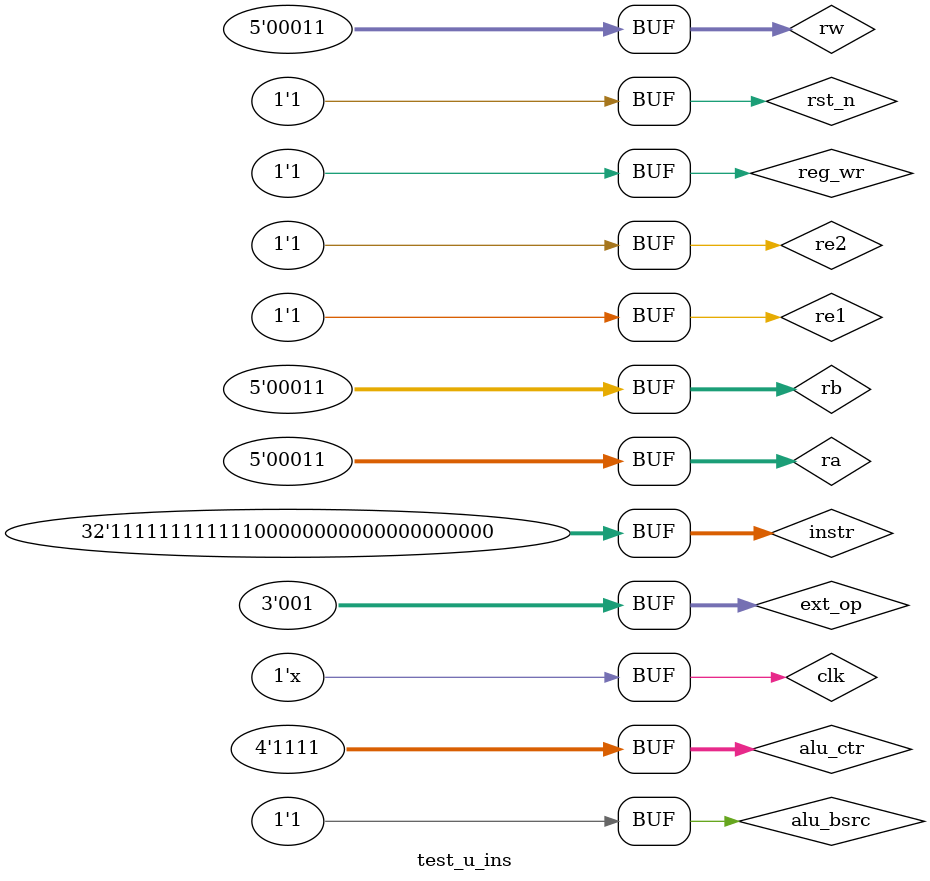
<source format=v>
 module test_u_ins;
 
    reg clk;
    reg rst_n;
    
    reg [4:0]        rw;       // Ð´ÈëµØÖ·
    wire [31:0]       bus_w;   // Ð´ÈëÊý¾Ý
    reg              reg_wr;  // Ð´Ê¹ÄÜ

    reg [4:0]        ra;      // ¶ÁµØÖ·
    reg              re1;     // Á÷Ë®ÏßÓÅ»¯
    wire [31:0] bus_a;          // ¶Á³öÊý¾Ý

    reg [4:0]        rb;      // ¶ÁµØÖ·
    reg              re2;     //Á÷Ë®ÏßÓÅ»¯
    wire [31:0] bus_b;          // ¶ÁÊý¾Ý
    
    reg [3:0]          alu_ctr;
    //reg [31:0]         regA_i,regB_i;
    
    //wire [31:0]        res_o;
    wire               zero;
    
    
    reg [31:0]             instr;
    reg [2:0]              ext_op;
    wire [31:0]            imm;
    reg                    alu_bsrc;
    wire [31:0]            bus_bi; // mux from busb and imm.
    
        
    initial begin
        clk = 0;
        rst_n = 0;
        #100;
        rst_n = 1'b1;
        reg_wr = 1'b1;
        
        #100
        re1 = 1'b1;
        re2 = 1'b1;
        
        alu_ctr = 4'b1111;
        alu_bsrc = 1'b1;    // choose imm to alu regB_i.
        ext_op = 3'b001;
        
        rw = 5'b00011;
        ra = 5'b00010;
        rb = 5'b00010;
        
        instr = 32'b1111_1111_1111_0000_0000_0000_0000_0000; // 12 high bit is imm.
        
        
        #100
        ra = 5'b00011;
        rb = 5'b00011;
        
    end
    always #20 clk = ~clk;
    
    reg_file reg_file0(
        .rst_n(rst_n),
        .clk(clk),
        
        .rw(rw),
        .bus_w(bus_w),
        .reg_wr(reg_wr),
        
        .ra(ra),
        .re1(re1),
        .bus_a(bus_a),
        
        .rb(rb),
        .re2(re2),
        .bus_b(bus_b)
        );
        
    alu_top alu_top0(
        .regA_i(bus_a), 
        .regB_i(bus_bi), 
        .alu_ctr(alu_ctr), 
        .res_o(bus_w), 
        .zero(zero)
        );
        
    ie ie0(
        .instr(instr),
        .ext_op(ext_op),
        .imm(imm)
    );
    
    // mux from bus_b and imm. send bus_bi to alu regB_i.
    assign bus_bi = alu_bsrc ? imm : bus_b;

endmodule
</source>
